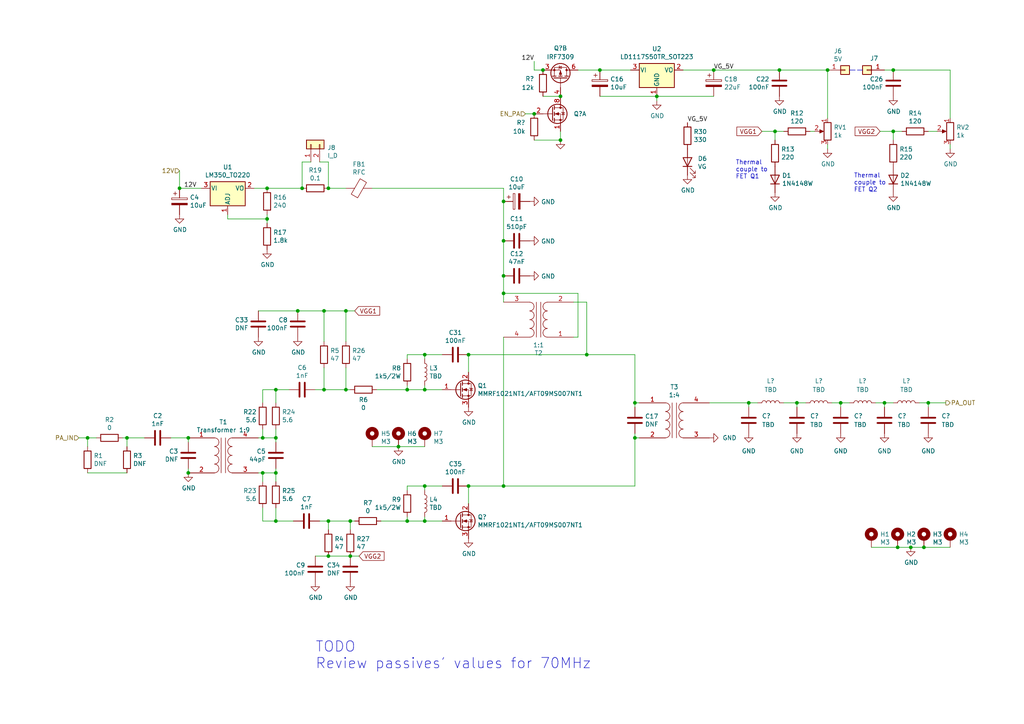
<source format=kicad_sch>
(kicad_sch (version 20211123) (generator eeschema)
  (paper "A4")
  (title_block (title "DART-70 TRX") (date "2023-01-22") (rev "0") (company "HB9EGM") (comment 1 "A 4m Band SSB/CW Transceiver"))
  (lib_symbols
    (symbol "AFT09MS007NT1-Pushpull-rescue:CP-Device" (pin_numbers hide) (pin_names (offset 0.254))
      (property "Reference" "C" (at 0.635 2.54 0))
      (property "Value" "CP-Device" (at 0.635 -2.54 0))
      (symbol "CP-Device_0_1"
        (rectangle (start -2.286 0.508) (end 2.286 1.016))
        (polyline (pts (xy -1.778 2.286) (xy -0.762 2.286)))
        (polyline (pts (xy -1.27 2.794) (xy -1.27 1.778)))
        (rectangle (start 2.286 -0.508) (end -2.286 -1.016) (fill (type outline)))
      )
      (symbol "CP-Device_1_1"
        (pin passive line (at 0 3.81 270) (length 2.794) (name "~") (number "1"))
        (pin passive line (at 0 -3.81 90) (length 2.794) (name "~") (number "2"))
      )
    )
    (symbol "AFT09MS007NT1-Pushpull-rescue:Ferrite_Bead-Device" (pin_numbers hide) (pin_names (offset 0))
      (property "Reference" "FB" (at -3.81 0.635 90))
      (property "Value" "Ferrite_Bead-Device" (at 3.81 0 90))
      (symbol "Ferrite_Bead-Device_0_1"
        (polyline (pts (xy 0 -1.27) (xy 0 -1.2192)))
        (polyline (pts (xy 0 1.27) (xy 0 1.2954)))
        (polyline (pts (xy -2.7686 0.4064) (xy -1.7018 2.2606) (xy 2.7686 -0.3048) (xy 1.6764 -2.159) (xy -2.7686 0.4064)))
      )
      (symbol "Ferrite_Bead-Device_1_1"
        (pin passive line (at 0 3.81 270) (length 2.54) (name "~") (number "1"))
        (pin passive line (at 0 -3.81 90) (length 2.54) (name "~") (number "2"))
      )
    )
    (symbol "AFT09MS007NT1-Pushpull-rescue:R_POT-Device" (pin_names (offset 1.016) hide)
      (property "Reference" "RV" (at -4.445 0 90))
      (property "Value" "R_POT-Device" (at -2.54 0 90))
      (symbol "R_POT-Device_0_1"
        (polyline (pts (xy 2.54 0) (xy 1.524 0)))
        (polyline (pts (xy 1.143 0) (xy 2.286 0.508) (xy 2.286 -0.508) (xy 1.143 0)) (fill (type outline)))
        (rectangle (start 1.016 2.54) (end -1.016 -2.54) (stroke (width 0.254)))
      )
      (symbol "R_POT-Device_1_1"
        (pin passive line (at 0 3.81 270) (length 1.27) (name "1") (number "1"))
        (pin passive line (at 3.81 0 180) (length 1.27) (name "2") (number "2"))
        (pin passive line (at 0 -3.81 90) (length 1.27) (name "3") (number "3"))
      )
    )
    (symbol "Connector_Generic:Conn_01x01" (pin_names (offset 1.016) hide)
      (property "Reference" "J" (at 0 2.54 0))
      (property "Value" "Conn_01x01" (at 0 -2.54 0))
      (symbol "Conn_01x01_1_1"
        (rectangle (start -1.27 0.127) (end 0 -0.127) (stroke (width 0.1524)))
        (rectangle (start -1.27 1.27) (end 1.27 -1.27) (stroke (width 0.254)) (fill (type background)))
        (pin passive line (at -5.08 0 0) (length 3.81) (name "Pin_1") (number "1"))
      )
    )
    (symbol "Connector_Generic:Conn_01x02" (pin_names (offset 1.016) hide)
      (property "Reference" "J" (at 0 2.54 0))
      (property "Value" "Conn_01x02" (at 0 -5.08 0))
      (symbol "Conn_01x02_1_1"
        (rectangle (start -1.27 -2.413) (end 0 -2.667) (stroke (width 0.1524)))
        (rectangle (start -1.27 0.127) (end 0 -0.127) (stroke (width 0.1524)))
        (rectangle (start -1.27 1.27) (end 1.27 -3.81) (stroke (width 0.254)) (fill (type background)))
        (pin passive line (at -5.08 0 0) (length 3.81) (name "Pin_1") (number "1"))
        (pin passive line (at -5.08 -2.54 0) (length 3.81) (name "Pin_2") (number "2"))
      )
    )
    (symbol "Device:C" (pin_numbers hide) (pin_names (offset 0.254))
      (property "Reference" "C" (at 0.635 2.54 0))
      (property "Value" "C" (at 0.635 -2.54 0))
      (symbol "C_0_1"
        (polyline (pts (xy -2.032 -0.762) (xy 2.032 -0.762)) (stroke (width 0.508)))
        (polyline (pts (xy -2.032 0.762) (xy 2.032 0.762)) (stroke (width 0.508)))
      )
      (symbol "C_1_1"
        (pin passive line (at 0 3.81 270) (length 2.794) (name "~") (number "1"))
        (pin passive line (at 0 -3.81 90) (length 2.794) (name "~") (number "2"))
      )
    )
    (symbol "Device:L" (pin_numbers hide) (pin_names (offset 1.016) hide)
      (property "Reference" "L" (at -1.27 0 90))
      (property "Value" "L" (at 1.905 0 90))
      (symbol "L_0_1"
        (arc (start 0 -2.54) (mid 0.635 -1.905) (end 0 -1.27))
        (arc (start 0 -1.27) (mid 0.635 -0.635) (end 0 0))
        (arc (start 0 0) (mid 0.635 0.635) (end 0 1.27))
        (arc (start 0 1.27) (mid 0.635 1.905) (end 0 2.54))
      )
      (symbol "L_1_1"
        (pin passive line (at 0 3.81 270) (length 1.27) (name "1") (number "1"))
        (pin passive line (at 0 -3.81 90) (length 1.27) (name "2") (number "2"))
      )
    )
    (symbol "Device:LED" (pin_numbers hide) (pin_names (offset 1.016) hide)
      (property "Reference" "D" (at 0 2.54 0))
      (property "Value" "LED" (at 0 -2.54 0))
      (symbol "LED_0_1"
        (polyline (pts (xy -1.27 -1.27) (xy -1.27 1.27)) (stroke (width 0.254)))
        (polyline (pts (xy -1.27 0) (xy 1.27 0)))
        (polyline (pts (xy 1.27 -1.27) (xy 1.27 1.27) (xy -1.27 0) (xy 1.27 -1.27)) (stroke (width 0.254)))
        (polyline (pts (xy -3.048 -0.762) (xy -4.572 -2.286) (xy -3.81 -2.286) (xy -4.572 -2.286) (xy -4.572 -1.524)))
        (polyline (pts (xy -1.778 -0.762) (xy -3.302 -2.286) (xy -2.54 -2.286) (xy -3.302 -2.286) (xy -3.302 -1.524)))
      )
      (symbol "LED_1_1"
        (pin passive line (at -3.81 0 0) (length 2.54) (name "K") (number "1"))
        (pin passive line (at 3.81 0 180) (length 2.54) (name "A") (number "2"))
      )
    )
    (symbol "Device:Q_NMOS_GDS" (pin_names (offset 0) hide)
      (property "Reference" "Q" (at 5.08 1.27 0))
      (property "Value" "Q_NMOS_GDS" (at 5.08 -1.27 0))
      (symbol "Q_NMOS_GDS_0_1"
        (polyline (pts (xy 0.254 0) (xy -2.54 0)))
        (polyline (pts (xy 0.254 1.905) (xy 0.254 -1.905)) (stroke (width 0.254)))
        (polyline (pts (xy 0.762 -1.27) (xy 0.762 -2.286)) (stroke (width 0.254)))
        (polyline (pts (xy 0.762 0.508) (xy 0.762 -0.508)) (stroke (width 0.254)))
        (polyline (pts (xy 0.762 2.286) (xy 0.762 1.27)) (stroke (width 0.254)))
        (polyline (pts (xy 2.54 2.54) (xy 2.54 1.778)))
        (polyline (pts (xy 2.54 -2.54) (xy 2.54 0) (xy 0.762 0)))
        (polyline (pts (xy 0.762 -1.778) (xy 3.302 -1.778) (xy 3.302 1.778) (xy 0.762 1.778)))
        (polyline (pts (xy 1.016 0) (xy 2.032 0.381) (xy 2.032 -0.381) (xy 1.016 0)) (fill (type outline)))
        (polyline (pts (xy 2.794 0.508) (xy 2.921 0.381) (xy 3.683 0.381) (xy 3.81 0.254)))
        (polyline (pts (xy 3.302 0.381) (xy 2.921 -0.254) (xy 3.683 -0.254) (xy 3.302 0.381)))
        (circle (center 1.651 0) (radius 2.794) (stroke (width 0.254)))
        (circle (center 2.54 -1.778) (radius 0.254) (fill (type outline)))
        (circle (center 2.54 1.778) (radius 0.254) (fill (type outline)))
      )
      (symbol "Q_NMOS_GDS_1_1"
        (pin input line (at -5.08 0 0) (length 2.54) (name "G") (number "1"))
        (pin passive line (at 2.54 5.08 270) (length 2.54) (name "D") (number "2"))
        (pin passive line (at 2.54 -5.08 90) (length 2.54) (name "S") (number "3"))
      )
    )
    (symbol "Device:R" (pin_numbers hide) (pin_names (offset 0))
      (property "Reference" "R" (at 2.032 0 90))
      (property "Value" "R" (at 0 0 90))
      (symbol "R_0_1"
        (rectangle (start -1.016 -2.54) (end 1.016 2.54) (stroke (width 0.254)))
      )
      (symbol "R_1_1"
        (pin passive line (at 0 3.81 270) (length 1.27) (name "~") (number "1"))
        (pin passive line (at 0 -3.81 90) (length 1.27) (name "~") (number "2"))
      )
    )
    (symbol "Device:Transformer_1P_1S" (pin_names (offset 1.016) hide)
      (property "Reference" "T" (at 0 6.35 0))
      (property "Value" "Transformer_1P_1S" (at 0 -7.62 0))
      (symbol "Transformer_1P_1S_0_1"
        (arc (start -2.54 -5.0546) (mid -1.6599 -4.6901) (end -1.27 -3.81))
        (arc (start -2.54 -2.5146) (mid -1.6599 -2.1501) (end -1.27 -1.27))
        (arc (start -2.54 0.0254) (mid -1.6599 0.3899) (end -1.27 1.27))
        (arc (start -2.54 2.5654) (mid -1.6599 2.9299) (end -1.27 3.81))
        (arc (start -1.27 -3.81) (mid -1.642 -2.912) (end -2.54 -2.54))
        (arc (start -1.27 -1.27) (mid -1.642 -0.372) (end -2.54 0))
        (arc (start -1.27 1.27) (mid -1.642 2.168) (end -2.54 2.54))
        (arc (start -1.27 3.81) (mid -1.642 4.708) (end -2.54 5.08))
        (polyline (pts (xy -0.635 5.08) (xy -0.635 -5.08)))
        (polyline (pts (xy 0.635 -5.08) (xy 0.635 5.08)))
        (arc (start 1.2954 -1.27) (mid 1.6599 -2.1501) (end 2.54 -2.5146))
        (arc (start 1.2954 1.27) (mid 1.6599 0.3899) (end 2.54 0.0254))
        (arc (start 1.2954 3.81) (mid 1.6599 2.9299) (end 2.54 2.5654))
        (arc (start 1.3208 -3.81) (mid 1.6853 -4.6901) (end 2.5654 -5.0546))
        (arc (start 2.54 0) (mid 1.642 -0.372) (end 1.2954 -1.27))
        (arc (start 2.54 2.54) (mid 1.642 2.168) (end 1.2954 1.27))
        (arc (start 2.54 5.08) (mid 1.642 4.708) (end 1.2954 3.81))
        (arc (start 2.5654 -2.54) (mid 1.6674 -2.912) (end 1.3208 -3.81))
      )
      (symbol "Transformer_1P_1S_1_1"
        (pin passive line (at -10.16 5.08 0) (length 7.62) (name "AA") (number "1"))
        (pin passive line (at -10.16 -5.08 0) (length 7.62) (name "AB") (number "2"))
        (pin passive line (at 10.16 -5.08 180) (length 7.62) (name "SA") (number "3"))
        (pin passive line (at 10.16 5.08 180) (length 7.62) (name "SB") (number "4"))
      )
    )
    (symbol "Diode:1N4148W" (pin_numbers hide) (pin_names hide)
      (property "Reference" "D" (at 0 2.54 0))
      (property "Value" "1N4148W" (at 0 -2.54 0))
      (symbol "1N4148W_0_1"
        (polyline (pts (xy -1.27 1.27) (xy -1.27 -1.27)) (stroke (width 0.254)))
        (polyline (pts (xy 1.27 0) (xy -1.27 0)))
        (polyline (pts (xy 1.27 1.27) (xy 1.27 -1.27) (xy -1.27 0) (xy 1.27 1.27)) (stroke (width 0.254)))
      )
      (symbol "1N4148W_1_1"
        (pin passive line (at -3.81 0 0) (length 2.54) (name "K") (number "1"))
        (pin passive line (at 3.81 0 180) (length 2.54) (name "A") (number "2"))
      )
    )
    (symbol "Mechanical:MountingHole_Pad" (pin_numbers hide) (pin_names (offset 1.016) hide)
      (property "Reference" "H" (at 0 6.35 0))
      (property "Value" "MountingHole_Pad" (at 0 4.445 0))
      (symbol "MountingHole_Pad_0_1"
        (circle (center 0 1.27) (radius 1.27) (stroke (width 1.27)))
      )
      (symbol "MountingHole_Pad_1_1"
        (pin input line (at 0 -2.54 90) (length 2.54) (name "1") (number "1"))
      )
    )
    (symbol "Regulator_Linear:LD1117S50TR_SOT223" (pin_names (offset 0.254))
      (property "Reference" "U" (at -3.81 3.175 0))
      (property "Value" "LD1117S50TR_SOT223" (at 0 3.175 0))
      (symbol "LD1117S50TR_SOT223_0_1"
        (rectangle (start -5.08 -5.08) (end 5.08 1.905) (stroke (width 0.254)) (fill (type background)))
      )
      (symbol "LD1117S50TR_SOT223_1_1"
        (pin power_in line (at 0 -7.62 90) (length 2.54) (name "GND") (number "1"))
        (pin power_out line (at 7.62 0 180) (length 2.54) (name "VO") (number "2"))
        (pin power_in line (at -7.62 0 0) (length 2.54) (name "VI") (number "3"))
      )
    )
    (symbol "Regulator_Linear:LM350_TO220" (pin_names (offset 0.254))
      (property "Reference" "U" (at -3.81 3.175 0))
      (property "Value" "LM350_TO220" (at 0 3.175 0))
      (symbol "LM350_TO220_0_1"
        (rectangle (start -5.08 1.905) (end 5.08 -5.08) (stroke (width 0.254)) (fill (type background)))
      )
      (symbol "LM350_TO220_1_1"
        (pin input line (at 0 -7.62 90) (length 2.54) (name "ADJ") (number "1"))
        (pin power_out line (at 7.62 0 180) (length 2.54) (name "VO") (number "2"))
        (pin power_in line (at -7.62 0 0) (length 2.54) (name "VI") (number "3"))
      )
    )
    (symbol "Transistor_FET:IRF7309IPBF" (pin_names hide)
      (property "Reference" "Q" (at 5.08 1.905 0))
      (property "Value" "IRF7309IPBF" (at 5.08 0 0))
      (symbol "IRF7309IPBF_0_1"
        (polyline (pts (xy 0.254 0) (xy -2.54 0)))
        (polyline (pts (xy 0.254 1.905) (xy 0.254 -1.905)) (stroke (width 0.254)))
        (polyline (pts (xy 0.762 -1.27) (xy 0.762 -2.286)) (stroke (width 0.254)))
        (polyline (pts (xy 0.762 0.508) (xy 0.762 -0.508)) (stroke (width 0.254)))
        (polyline (pts (xy 0.762 2.286) (xy 0.762 1.27)) (stroke (width 0.254)))
        (polyline (pts (xy 2.54 2.54) (xy 2.54 1.778)))
        (polyline (pts (xy 2.54 -2.54) (xy 2.54 0) (xy 0.762 0)))
        (polyline (pts (xy 0.762 -1.778) (xy 3.302 -1.778) (xy 3.302 1.778) (xy 0.762 1.778)))
        (circle (center 1.651 0) (radius 2.794) (stroke (width 0.254)))
        (circle (center 2.54 -1.778) (radius 0.254) (fill (type outline)))
        (circle (center 2.54 1.778) (radius 0.254) (fill (type outline)))
      )
      (symbol "IRF7309IPBF_1_1"
        (polyline (pts (xy 1.016 0) (xy 2.032 0.381) (xy 2.032 -0.381) (xy 1.016 0)) (fill (type outline)))
        (polyline (pts (xy 2.794 0.508) (xy 2.921 0.381) (xy 3.683 0.381) (xy 3.81 0.254)))
        (polyline (pts (xy 3.302 0.381) (xy 2.921 -0.254) (xy 3.683 -0.254) (xy 3.302 0.381)))
        (pin passive line (at 2.54 -5.08 90) (length 2.54) (name "S") (number "1"))
        (pin input line (at -5.08 0 0) (length 2.54) (name "G") (number "2"))
        (pin passive line (at 2.54 5.08 270) (length 2.54) hide (name "D") (number "7"))
        (pin passive line (at 2.54 5.08 270) (length 2.54) (name "D") (number "8"))
      )
      (symbol "IRF7309IPBF_2_1"
        (polyline (pts (xy 2.286 0) (xy 1.27 0.381) (xy 1.27 -0.381) (xy 2.286 0)) (fill (type outline)))
        (polyline (pts (xy 2.794 -0.508) (xy 2.921 -0.381) (xy 3.683 -0.381) (xy 3.81 -0.254)))
        (polyline (pts (xy 3.302 -0.381) (xy 2.921 0.254) (xy 3.683 0.254) (xy 3.302 -0.381)))
        (pin passive line (at 2.54 -5.08 90) (length 2.54) (name "1") (number "3"))
        (pin input line (at -5.08 0 0) (length 2.54) (name "G") (number "4"))
        (pin passive line (at 2.54 5.08 270) (length 2.54) hide (name "D") (number "5"))
        (pin passive line (at 2.54 5.08 270) (length 2.54) (name "D") (number "6"))
      )
    )
    (symbol "power:GND" (power) (pin_names (offset 0))
      (property "Value" "GND" (at 0 -3.81 0))
      (symbol "GND_0_1"
        (polyline (pts (xy 0 0) (xy 0 -1.27) (xy 1.27 -1.27) (xy 0 -2.54) (xy -1.27 -1.27) (xy 0 -1.27)))
      )
      (symbol "GND_1_1"
        (pin power_in line (at 0 0 270) (length 0) hide (name "GND") (number "1"))
      )
    )
    (symbol "power:GNDA" (power) (pin_names (offset 0))
      (property "Value" "GNDA" (at 0 -3.81 0))
      (symbol "GNDA_0_1"
        (polyline (pts (xy 0 0) (xy 0 -1.27) (xy 1.27 -1.27) (xy 0 -2.54) (xy -1.27 -1.27) (xy 0 -1.27)))
      )
      (symbol "GNDA_1_1"
        (pin power_in line (at 0 0 270) (length 0) hide (name "GNDA") (number "1"))
      )
    )
  )
  (junction (at 259.08 20.32))
  (junction (at 100.33 113.03))
  (junction (at 118.11 113.03))
  (junction (at 146.05 140.97))
  (junction (at 87.63 54.61))
  (junction (at 260.35 158.75))
  (junction (at 184.15 116.84))
  (junction (at 154.94 33.02))
  (junction (at 93.98 90.17))
  (junction (at 146.05 58.42))
  (junction (at 162.56 40.64))
  (junction (at 86.36 90.17))
  (junction (at 190.5 27.94))
  (junction (at 264.16 158.75))
  (junction (at 115.57 129.54))
  (junction (at 36.83 127))
  (junction (at 217.17 116.84))
  (junction (at 100.33 90.17))
  (junction (at 146.05 80.01))
  (junction (at 259.08 38.1))
  (junction (at 240.03 20.32))
  (junction (at 170.18 102.87))
  (junction (at 135.89 140.97))
  (junction (at 184.15 127))
  (junction (at 80.01 113.03))
  (junction (at 54.61 137.16))
  (junction (at 123.19 102.87))
  (junction (at 123.19 151.13))
  (junction (at 118.11 151.13))
  (junction (at 224.79 38.1))
  (junction (at 80.01 137.16))
  (junction (at 95.25 54.61))
  (junction (at 95.25 151.13))
  (junction (at 267.97 158.75))
  (junction (at 269.24 116.84))
  (junction (at 52.07 54.61))
  (junction (at 76.2 137.16))
  (junction (at 135.89 102.87))
  (junction (at 243.84 116.84))
  (junction (at 146.05 69.85))
  (junction (at 80.01 151.13))
  (junction (at 231.14 116.84))
  (junction (at 93.98 113.03))
  (junction (at 77.47 63.5))
  (junction (at 123.19 113.03))
  (junction (at 95.25 161.29))
  (junction (at 157.48 20.32))
  (junction (at 54.61 127))
  (junction (at 207.01 20.32))
  (junction (at 146.05 85.09))
  (junction (at 101.6 161.29))
  (junction (at 173.99 20.32))
  (junction (at 25.4 127))
  (junction (at 77.47 54.61))
  (junction (at 226.06 20.32))
  (junction (at 80.01 127))
  (junction (at 162.56 27.94))
  (junction (at 256.54 116.84))
  (junction (at 101.6 151.13))
  (junction (at 123.19 140.97))
  (junction (at 76.2 127))
  (wire (pts (xy 100.33 99.06) (xy 100.33 90.17)))
  (wire (pts (xy 93.98 113.03) (xy 93.98 106.68)))
  (wire (pts (xy 166.37 87.63) (xy 170.18 87.63)))
  (wire (pts (xy 80.01 124.46) (xy 80.01 127)))
  (wire (pts (xy 217.17 118.11) (xy 217.17 116.84)))
  (wire (pts (xy 76.2 139.7) (xy 76.2 137.16)))
  (wire (pts (xy 101.6 151.13) (xy 95.25 151.13)))
  (wire (pts (xy 76.2 137.16) (xy 74.93 137.16)))
  (wire (pts (xy 80.01 139.7) (xy 80.01 137.16)))
  (wire (pts (xy 146.05 97.79) (xy 146.05 140.97)))
  (wire (pts (xy 123.19 140.97) (xy 118.11 140.97)))
  (wire (pts (xy 83.82 113.03) (xy 80.01 113.03)))
  (wire (pts (xy 259.08 38.1) (xy 261.62 38.1)))
  (wire (pts (xy 198.12 20.32) (xy 207.01 20.32)))
  (wire (pts (xy 135.89 140.97) (xy 146.05 140.97)))
  (wire (pts (xy 100.33 113.03) (xy 101.6 113.03)))
  (wire (pts (xy 146.05 54.61) (xy 146.05 58.42)))
  (wire (pts (xy 152.4 33.02) (xy 154.94 33.02)))
  (wire (pts (xy 275.59 34.29) (xy 275.59 20.32)))
  (wire (pts (xy 184.15 125.73) (xy 184.15 127)))
  (wire (pts (xy 123.19 113.03) (xy 128.27 113.03)))
  (wire (pts (xy 95.25 161.29) (xy 101.6 161.29)))
  (wire (pts (xy 101.6 161.29) (xy 104.14 161.29)))
  (wire (pts (xy 260.35 158.75) (xy 264.16 158.75)))
  (wire (pts (xy 93.98 99.06) (xy 93.98 90.17)))
  (wire (pts (xy 184.15 116.84) (xy 184.15 118.11)))
  (wire (pts (xy 157.48 27.94) (xy 162.56 27.94)))
  (wire (pts (xy 92.71 46.99) (xy 95.25 46.99)))
  (wire (pts (xy 123.19 111.76) (xy 123.19 113.03)))
  (wire (pts (xy 173.99 20.32) (xy 167.64 20.32)))
  (wire (pts (xy 269.24 116.84) (xy 274.32 116.84)))
  (wire (pts (xy 118.11 111.76) (xy 118.11 113.03)))
  (wire (pts (xy 123.19 104.14) (xy 123.19 102.87)))
  (wire (pts (xy 102.87 90.17) (xy 100.33 90.17)))
  (wire (pts (xy 128.27 140.97) (xy 123.19 140.97)))
  (wire (pts (xy 227.33 116.84) (xy 231.14 116.84)))
  (wire (pts (xy 256.54 116.84) (xy 256.54 118.11)))
  (wire (pts (xy 162.56 38.1) (xy 162.56 40.64)))
  (wire (pts (xy 76.2 113.03) (xy 80.01 113.03)))
  (wire (pts (xy 52.07 54.61) (xy 58.42 54.61)))
  (wire (pts (xy 80.01 127) (xy 76.2 127)))
  (wire (pts (xy 22.86 127) (xy 25.4 127)))
  (wire (pts (xy 205.74 116.84) (xy 217.17 116.84)))
  (wire (pts (xy 166.37 97.79) (xy 167.64 97.79)))
  (wire (pts (xy 36.83 129.54) (xy 36.83 127)))
  (wire (pts (xy 25.4 127) (xy 27.94 127)))
  (wire (pts (xy 93.98 90.17) (xy 86.36 90.17)))
  (wire (pts (xy 267.97 158.75) (xy 275.59 158.75)))
  (wire (pts (xy 66.04 63.5) (xy 77.47 63.5)))
  (wire (pts (xy 80.01 135.89) (xy 80.01 137.16)))
  (wire (pts (xy 173.99 27.94) (xy 190.5 27.94)))
  (wire (pts (xy 162.56 40.64) (xy 154.94 40.64)))
  (wire (pts (xy 66.04 63.5) (xy 66.04 62.23)))
  (wire (pts (xy 256.54 116.84) (xy 259.08 116.84)))
  (wire (pts (xy 246.38 116.84) (xy 243.84 116.84)))
  (wire (pts (xy 73.66 54.61) (xy 77.47 54.61)))
  (wire (pts (xy 107.95 54.61) (xy 146.05 54.61)))
  (wire (pts (xy 256.54 20.32) (xy 259.08 20.32)))
  (wire (pts (xy 36.83 137.16) (xy 25.4 137.16)))
  (wire (pts (xy 269.24 116.84) (xy 266.7 116.84)))
  (wire (pts (xy 259.08 40.64) (xy 259.08 38.1)))
  (wire (pts (xy 123.19 151.13) (xy 128.27 151.13)))
  (wire (pts (xy 100.33 90.17) (xy 93.98 90.17)))
  (wire (pts (xy 49.53 127) (xy 54.61 127)))
  (wire (pts (xy 80.01 113.03) (xy 80.01 116.84)))
  (wire (pts (xy 243.84 116.84) (xy 243.84 118.11)))
  (polyline (pts (xy 246.38 20.32) (xy 250.19 20.32)))
  (wire (pts (xy 95.25 54.61) (xy 95.25 46.99)))
  (wire (pts (xy 123.19 142.24) (xy 123.19 140.97)))
  (wire (pts (xy 135.89 107.95) (xy 135.89 102.87)))
  (wire (pts (xy 243.84 116.84) (xy 241.3 116.84)))
  (wire (pts (xy 264.16 158.75) (xy 267.97 158.75)))
  (wire (pts (xy 80.01 137.16) (xy 76.2 137.16)))
  (wire (pts (xy 240.03 34.29) (xy 240.03 20.32)))
  (wire (pts (xy 224.79 40.64) (xy 224.79 38.1)))
  (wire (pts (xy 101.6 153.67) (xy 101.6 151.13)))
  (wire (pts (xy 123.19 102.87) (xy 118.11 102.87)))
  (wire (pts (xy 54.61 135.89) (xy 54.61 137.16)))
  (wire (pts (xy 35.56 127) (xy 36.83 127)))
  (wire (pts (xy 76.2 116.84) (xy 76.2 113.03)))
  (wire (pts (xy 76.2 127) (xy 74.93 127)))
  (wire (pts (xy 95.25 54.61) (xy 100.33 54.61)))
  (wire (pts (xy 207.01 20.32) (xy 226.06 20.32)))
  (wire (pts (xy 91.44 161.29) (xy 95.25 161.29)))
  (wire (pts (xy 115.57 129.54) (xy 123.19 129.54)))
  (wire (pts (xy 109.22 113.03) (xy 118.11 113.03)))
  (wire (pts (xy 275.59 43.18) (xy 275.59 41.91)))
  (wire (pts (xy 76.2 124.46) (xy 76.2 127)))
  (wire (pts (xy 190.5 27.94) (xy 207.01 27.94)))
  (wire (pts (xy 118.11 151.13) (xy 123.19 151.13)))
  (wire (pts (xy 118.11 149.86) (xy 118.11 151.13)))
  (wire (pts (xy 135.89 102.87) (xy 170.18 102.87)))
  (wire (pts (xy 118.11 113.03) (xy 123.19 113.03)))
  (wire (pts (xy 252.73 158.75) (xy 260.35 158.75)))
  (wire (pts (xy 269.24 38.1) (xy 271.78 38.1)))
  (wire (pts (xy 224.79 38.1) (xy 220.98 38.1)))
  (wire (pts (xy 128.27 102.87) (xy 123.19 102.87)))
  (wire (pts (xy 80.01 128.27) (xy 80.01 127)))
  (wire (pts (xy 77.47 64.77) (xy 77.47 63.5)))
  (wire (pts (xy 77.47 63.5) (xy 77.47 62.23)))
  (wire (pts (xy 76.2 151.13) (xy 76.2 147.32)))
  (wire (pts (xy 240.03 43.18) (xy 240.03 41.91)))
  (wire (pts (xy 184.15 127) (xy 185.42 127)))
  (wire (pts (xy 231.14 116.84) (xy 233.68 116.84)))
  (wire (pts (xy 227.33 38.1) (xy 224.79 38.1)))
  (wire (pts (xy 146.05 80.01) (xy 146.05 85.09)))
  (wire (pts (xy 190.5 29.21) (xy 190.5 27.94)))
  (wire (pts (xy 25.4 129.54) (xy 25.4 127)))
  (wire (pts (xy 36.83 127) (xy 41.91 127)))
  (wire (pts (xy 255.27 38.1) (xy 259.08 38.1)))
  (wire (pts (xy 135.89 140.97) (xy 135.89 146.05)))
  (wire (pts (xy 93.98 113.03) (xy 100.33 113.03)))
  (wire (pts (xy 167.64 97.79) (xy 167.64 85.09)))
  (wire (pts (xy 95.25 153.67) (xy 95.25 151.13)))
  (wire (pts (xy 77.47 54.61) (xy 87.63 54.61)))
  (wire (pts (xy 154.94 17.78) (xy 154.94 20.32)))
  (wire (pts (xy 184.15 116.84) (xy 184.15 102.87)))
  (wire (pts (xy 167.64 85.09) (xy 146.05 85.09)))
  (wire (pts (xy 269.24 116.84) (xy 269.24 118.11)))
  (wire (pts (xy 231.14 118.11) (xy 231.14 116.84)))
  (wire (pts (xy 95.25 151.13) (xy 92.71 151.13)))
  (wire (pts (xy 102.87 151.13) (xy 101.6 151.13)))
  (wire (pts (xy 154.94 20.32) (xy 157.48 20.32)))
  (wire (pts (xy 184.15 140.97) (xy 184.15 127)))
  (wire (pts (xy 170.18 87.63) (xy 170.18 102.87)))
  (wire (pts (xy 146.05 140.97) (xy 184.15 140.97)))
  (wire (pts (xy 184.15 102.87) (xy 170.18 102.87)))
  (wire (pts (xy 275.59 20.32) (xy 259.08 20.32)))
  (wire (pts (xy 146.05 85.09) (xy 146.05 87.63)))
  (wire (pts (xy 107.95 129.54) (xy 115.57 129.54)))
  (wire (pts (xy 80.01 151.13) (xy 80.01 147.32)))
  (wire (pts (xy 240.03 20.32) (xy 226.06 20.32)))
  (wire (pts (xy 54.61 128.27) (xy 54.61 127)))
  (wire (pts (xy 234.95 38.1) (xy 236.22 38.1)))
  (wire (pts (xy 118.11 102.87) (xy 118.11 104.14)))
  (wire (pts (xy 146.05 58.42) (xy 146.05 69.85)))
  (wire (pts (xy 118.11 140.97) (xy 118.11 142.24)))
  (wire (pts (xy 254 116.84) (xy 256.54 116.84)))
  (wire (pts (xy 110.49 151.13) (xy 118.11 151.13)))
  (wire (pts (xy 173.99 20.32) (xy 182.88 20.32)))
  (wire (pts (xy 52.07 49.53) (xy 52.07 54.61)))
  (wire (pts (xy 217.17 116.84) (xy 219.71 116.84)))
  (wire (pts (xy 185.42 116.84) (xy 184.15 116.84)))
  (wire (pts (xy 100.33 106.68) (xy 100.33 113.03)))
  (wire (pts (xy 146.05 69.85) (xy 146.05 80.01)))
  (wire (pts (xy 90.17 46.99) (xy 87.63 46.99)))
  (wire (pts (xy 85.09 151.13) (xy 80.01 151.13)))
  (wire (pts (xy 80.01 151.13) (xy 76.2 151.13)))
  (wire (pts (xy 123.19 149.86) (xy 123.19 151.13)))
  (wire (pts (xy 87.63 46.99) (xy 87.63 54.61)))
  (wire (pts (xy 91.44 113.03) (xy 93.98 113.03)))
  (wire (pts (xy 74.93 90.17) (xy 86.36 90.17)))
  (text "Thermal\ncouple to\nFET Q2" (at 247.65 55.88 0) (effects (font (size 1.27 1.27)) (justify left bottom)))
  (text "Thermal\ncouple to\nFET Q1" (at 213.36 52.07 0) (effects (font (size 1.27 1.27)) (justify left bottom)))
  (text "TODO\nReview passives' values for 70MHz" (at 91.44 194.31 0) (effects (font (size 3 3)) (justify left bottom)))
  (label "12V" (at 53.34 54.61 0))
  (label "VG_5V" (at 207.01 20.32 0))
  (label "12V" (at 154.94 17.78 180))
  (label "VG_5V" (at 199.39 35.56 0))
  (global_label "VGG2" (shape input) (at 104.14 161.29 0) (property "Intersheet References" "${INTERSHEET_REFS}" (effects hide)))
  (global_label "VGG1" (shape input) (at 102.87 90.17 0) (property "Intersheet References" "${INTERSHEET_REFS}" (effects hide)))
  (global_label "VGG2" (shape input) (at 255.27 38.1 180) (property "Intersheet References" "${INTERSHEET_REFS}" (effects hide)))
  (global_label "VGG1" (shape input) (at 220.98 38.1 180) (property "Intersheet References" "${INTERSHEET_REFS}" (effects hide)))
  (hierarchical_label "EN_PA" (shape input) (at 152.4 33.02 180))
  (hierarchical_label "PA_OUT" (shape output) (at 274.32 116.84 0))
  (hierarchical_label "12V" (shape input) (at 52.07 49.53 180))
  (hierarchical_label "PA_IN" (shape input) (at 22.86 127 180))
  (symbol (lib_id "Device:R") (at 224.79 44.45 0) (unit 1)
    (property "Reference" "R13" (at 226.568 43.2816 0) (effects (justify left)))
    (property "Value" "220" (at 226.568 45.593 0) (effects (justify left)))
    (property "Footprint" "Resistor_SMD:R_0805_2012Metric" (effects hide))
  )
  (symbol (lib_id "Device:Transformer_1P_1S") (at 195.58 121.92 0) (unit 1)
    (property "Reference" "T3" (at 195.58 112.2426 0))
    (property "Value" "1:4" (at 195.58 114.554 0))
    (property "Footprint" "mmrf1021-pa:four_4mm_pads" (effects hide))
  )
  (symbol (lib_id "Device:C") (at 184.15 121.92 180) (unit 1)
    (property "Reference" "C17" (at 187.071 120.7516 0) (effects (justify right)))
    (property "Value" "DNF" (at 187.071 123.063 0) (effects (justify right)))
    (property "Footprint" "mmrf1021-pa:two_2mm_pads" (effects hide))
  )
  (symbol (lib_id "Device:C") (at 45.72 127 270) (unit 1)
    (property "Reference" "C2" (at 45.72 120.5992 90))
    (property "Value" "1nF" (at 45.72 122.9106 90))
    (property "Footprint" "Capacitor_SMD:C_0805_2012Metric" (effects hide))
    (property "MPN" "VJ0805A102GXXPW1BC" (effects hide))
  )
  (symbol (lib_id "AFT09MS007NT1-Pushpull-rescue:R_POT-Device") (at 240.03 38.1 0) (mirror y) (unit 1)
    (property "Reference" "RV1" (at 241.808 36.9316 0) (effects (justify right)))
    (property "Value" "1k" (at 241.808 39.243 0) (effects (justify right)))
    (property "Footprint" "Potentiometer_SMD:Potentiometer_Bourns_3214W_Vertical" (effects hide))
    (property "MPN" "Bourns 3214W-1-102E" (effects hide))
  )
  (symbol (lib_id "Device:C") (at 226.06 24.13 180) (unit 1)
    (property "Reference" "C22" (at 223.1644 22.9616 0) (effects (justify left)))
    (property "Value" "100nF" (at 223.1644 25.273 0) (effects (justify left)))
    (property "Footprint" "Capacitor_SMD:C_0805_2012Metric" (effects hide))
    (property "MPN" "GRM188R71H104KA93D" (effects hide))
  )
  (symbol (lib_id "power:GND") (at 226.06 27.94 0) (unit 1)
    (property "Reference" "#PWR023" (effects hide))
    (property "Value" "GND" (at 226.187 32.3342 0))
  )
  (symbol (lib_id "Mechanical:MountingHole_Pad") (at 252.73 156.21 0) (unit 1)
    (property "Reference" "H1" (at 255.27 154.9654 0) (effects (justify left)))
    (property "Value" "M3" (at 255.27 157.2768 0) (effects (justify left)))
    (property "Footprint" "MountingHole:MountingHole_3.2mm_M3_DIN965_Pad" (effects hide))
  )
  (symbol (lib_id "Mechanical:MountingHole_Pad") (at 260.35 156.21 0) (unit 1)
    (property "Reference" "H2" (at 262.89 154.9654 0) (effects (justify left)))
    (property "Value" "M3" (at 262.89 157.2768 0) (effects (justify left)))
    (property "Footprint" "MountingHole:MountingHole_3.2mm_M3_DIN965_Pad" (effects hide))
  )
  (symbol (lib_id "Mechanical:MountingHole_Pad") (at 267.97 156.21 0) (unit 1)
    (property "Reference" "H3" (at 270.51 154.9654 0) (effects (justify left)))
    (property "Value" "M3" (at 270.51 157.2768 0) (effects (justify left)))
    (property "Footprint" "MountingHole:MountingHole_3.2mm_M3_DIN965_Pad" (effects hide))
  )
  (symbol (lib_id "Mechanical:MountingHole_Pad") (at 275.59 156.21 0) (unit 1)
    (property "Reference" "H4" (at 278.13 154.9654 0) (effects (justify left)))
    (property "Value" "M3" (at 278.13 157.2768 0) (effects (justify left)))
    (property "Footprint" "MountingHole:MountingHole_3.2mm_M3_DIN965_Pad" (effects hide))
  )
  (symbol (lib_id "power:GND") (at 264.16 158.75 0) (unit 1)
    (property "Reference" "#PWR08" (effects hide))
    (property "Value" "GND" (at 264.287 163.1442 0))
  )
  (symbol (lib_id "Diode:1N4148W") (at 224.79 52.07 90) (unit 1)
    (property "Reference" "D1" (at 226.822 50.9016 90) (effects (justify right)))
    (property "Value" "1N4148W" (at 226.822 53.213 90) (effects (justify right)))
    (property "Footprint" "Diode_SMD:D_SOD-123F" (effects hide))
  )
  (symbol (lib_id "power:GND") (at 224.79 55.88 0) (unit 1)
    (property "Reference" "#PWR024" (effects hide))
    (property "Value" "GND" (at 224.917 60.2742 0))
  )
  (symbol (lib_id "Mechanical:MountingHole_Pad") (at 123.19 127 0) (unit 1)
    (property "Reference" "H7" (at 125.73 125.7554 0) (effects (justify left)))
    (property "Value" "M3" (at 125.73 128.0668 0) (effects (justify left)))
    (property "Footprint" "MountingHole:MountingHole_3.2mm_M3_DIN965_Pad" (effects hide))
  )
  (symbol (lib_id "Device:R") (at 100.33 102.87 0) (unit 1)
    (property "Reference" "R26" (at 102.108 101.7016 0) (effects (justify left)))
    (property "Value" "47" (at 102.108 104.013 0) (effects (justify left)))
    (property "Footprint" "Resistor_SMD:R_0805_2012Metric" (effects hide))
  )
  (symbol (lib_id "Device:R") (at 101.6 157.48 0) (unit 1)
    (property "Reference" "R27" (at 103.378 156.3116 0) (effects (justify left)))
    (property "Value" "47" (at 103.378 158.623 0) (effects (justify left)))
    (property "Footprint" "Resistor_SMD:R_0805_2012Metric" (effects hide))
  )
  (symbol (lib_id "Device:R") (at 80.01 143.51 0) (unit 1)
    (property "Reference" "R25" (at 81.788 142.3416 0) (effects (justify left)))
    (property "Value" "5.6" (at 81.788 144.653 0) (effects (justify left)))
    (property "Footprint" "Resistor_SMD:R_0805_2012Metric" (effects hide))
  )
  (symbol (lib_id "Device:R") (at 76.2 143.51 0) (unit 1)
    (property "Reference" "R23" (at 74.4474 142.3416 0) (effects (justify right)))
    (property "Value" "5.6" (at 74.4474 144.653 0) (effects (justify right)))
    (property "Footprint" "Resistor_SMD:R_0805_2012Metric" (effects hide))
  )
  (symbol (lib_id "Device:Transformer_1P_1S") (at 64.77 132.08 0) (unit 1)
    (property "Reference" "T1" (at 64.77 122.4026 0))
    (property "Value" "Transformer 1:9" (at 64.77 124.714 0))
    (property "Footprint" "mmrf1021-pa:four_4mm_pads_narrow" (effects hide))
  )
  (symbol (lib_id "power:GND") (at 54.61 137.16 0) (unit 1)
    (property "Reference" "#PWR03" (effects hide))
    (property "Value" "GND" (at 54.737 141.5542 0))
  )
  (symbol (lib_id "Device:C") (at 54.61 132.08 180) (unit 1)
    (property "Reference" "C3" (at 51.7144 130.9116 0) (effects (justify left)))
    (property "Value" "DNF" (at 51.7144 133.223 0) (effects (justify left)))
    (property "Footprint" "Capacitor_SMD:C_0805_2012Metric" (effects hide))
  )
  (symbol (lib_id "Device:R") (at 80.01 120.65 0) (unit 1)
    (property "Reference" "R24" (at 81.788 119.4816 0) (effects (justify left)))
    (property "Value" "5.6" (at 81.788 121.793 0) (effects (justify left)))
    (property "Footprint" "Resistor_SMD:R_0805_2012Metric" (effects hide))
  )
  (symbol (lib_id "Device:R") (at 76.2 120.65 0) (unit 1)
    (property "Reference" "R22" (at 74.4474 119.4816 0) (effects (justify right)))
    (property "Value" "5.6" (at 74.4474 121.793 0) (effects (justify right)))
    (property "Footprint" "Resistor_SMD:R_0805_2012Metric" (effects hide))
  )
  (symbol (lib_id "Device:C") (at 80.01 132.08 180) (unit 1)
    (property "Reference" "C5" (at 77.1144 130.9116 0) (effects (justify left)))
    (property "Value" "44pF" (at 77.1144 133.223 0) (effects (justify left)))
    (property "Footprint" "Capacitor_SMD:C_0805_2012Metric" (effects hide))
  )
  (symbol (lib_id "Device:C") (at 87.63 113.03 90) (unit 1)
    (property "Reference" "C6" (at 87.63 106.6292 90))
    (property "Value" "1nF" (at 87.63 108.9406 90))
    (property "Footprint" "Capacitor_SMD:C_0805_2012Metric" (effects hide))
    (property "MPN" "VJ0805A102GXXPW1BC" (effects hide))
  )
  (symbol (lib_id "Device:C") (at 88.9 151.13 90) (unit 1)
    (property "Reference" "C7" (at 88.9 144.7292 90))
    (property "Value" "1nF" (at 88.9 147.0406 90))
    (property "Footprint" "Capacitor_SMD:C_0805_2012Metric" (effects hide))
    (property "MPN" "VJ0805A102GXXPW1BC" (effects hide))
  )
  (symbol (lib_id "Device:R") (at 93.98 102.87 0) (unit 1)
    (property "Reference" "R5" (at 95.758 101.7016 0) (effects (justify left)))
    (property "Value" "47" (at 95.758 104.013 0) (effects (justify left)))
    (property "Footprint" "Resistor_SMD:R_0805_2012Metric" (effects hide))
  )
  (symbol (lib_id "Device:C") (at 86.36 93.98 180) (unit 1)
    (property "Reference" "C8" (at 83.4644 92.8116 0) (effects (justify left)))
    (property "Value" "100nF" (at 83.4644 95.123 0) (effects (justify left)))
    (property "Footprint" "Capacitor_SMD:C_0805_2012Metric" (effects hide))
    (property "MPN" "GRM188R71H104KA93D" (effects hide))
  )
  (symbol (lib_id "power:GND") (at 86.36 97.79 0) (unit 1)
    (property "Reference" "#PWR06" (effects hide))
    (property "Value" "GND" (at 86.487 102.1842 0))
  )
  (symbol (lib_id "Device:R") (at 95.25 157.48 0) (unit 1)
    (property "Reference" "R4" (at 97.028 156.3116 0) (effects (justify left)))
    (property "Value" "47" (at 97.028 158.623 0) (effects (justify left)))
    (property "Footprint" "Resistor_SMD:R_0805_2012Metric" (effects hide))
  )
  (symbol (lib_id "power:GND") (at 91.44 168.91 0) (unit 1)
    (property "Reference" "#PWR07" (effects hide))
    (property "Value" "GND" (at 91.567 173.3042 0))
  )
  (symbol (lib_id "Device:R") (at 106.68 151.13 270) (unit 1)
    (property "Reference" "R7" (at 106.68 145.8722 90))
    (property "Value" "0" (at 106.68 148.1836 90))
    (property "Footprint" "Resistor_SMD:R_0805_2012Metric" (effects hide))
  )
  (symbol (lib_id "Device:R") (at 105.41 113.03 270) (unit 1)
    (property "Reference" "R6" (at 105.41 115.951 90))
    (property "Value" "0" (at 105.41 118.2624 90))
    (property "Footprint" "Resistor_SMD:R_0805_2012Metric" (effects hide))
  )
  (symbol (lib_id "Device:R") (at 118.11 146.05 0) (unit 1)
    (property "Reference" "R9" (at 116.332 144.8816 0) (effects (justify right)))
    (property "Value" "1k5/2W" (at 116.332 147.193 0) (effects (justify right)))
    (property "Footprint" "Resistor_SMD:R_0805_2012Metric" (effects hide))
  )
  (symbol (lib_id "Device:L") (at 123.19 146.05 0) (unit 1)
    (property "Reference" "L4" (at 124.5108 144.8816 0) (effects (justify left)))
    (property "Value" "TBD" (at 124.5108 147.193 0) (effects (justify left)))
    (property "Footprint" "Inductor_SMD:L_1008_2520Metric" (effects hide))
    (property "MPN" "LQW2UASR47F00L" (effects hide))
  )
  (symbol (lib_id "power:GND") (at 101.6 168.91 0) (unit 1)
    (property "Reference" "#PWR0101" (effects hide))
    (property "Value" "GND" (at 101.727 173.3042 0))
  )
  (symbol (lib_id "Device:C") (at 101.6 165.1 180) (unit 1)
    (property "Reference" "C34" (at 98.7044 163.9316 0) (effects (justify left)))
    (property "Value" "DNF" (at 98.7044 166.243 0) (effects (justify left)))
    (property "Footprint" "Capacitor_SMD:C_0805_2012Metric" (effects hide))
  )
  (symbol (lib_id "power:GND") (at 135.89 156.21 0) (unit 1)
    (property "Reference" "#PWR012" (effects hide))
    (property "Value" "GND" (at 136.017 160.6042 0))
  )
  (symbol (lib_id "Device:Transformer_1P_1S") (at 156.21 92.71 180) (unit 1)
    (property "Reference" "T2" (at 156.21 102.3874 0))
    (property "Value" "1:1" (at 156.21 100.076 0))
    (property "Footprint" "mmrf1021-pa:four_4mm_pads_narrow" (effects hide))
  )
  (symbol (lib_id "Device:C") (at 74.93 93.98 180) (unit 1)
    (property "Reference" "C33" (at 72.0344 92.8116 0) (effects (justify left)))
    (property "Value" "DNF" (at 72.0344 95.123 0) (effects (justify left)))
    (property "Footprint" "Capacitor_SMD:C_0805_2012Metric" (effects hide))
  )
  (symbol (lib_id "Device:Q_NMOS_GDS") (at 133.35 113.03 0) (unit 1)
    (property "Reference" "Q1" (at 138.5316 111.8616 0) (effects (justify left)))
    (property "Value" "MMRF1021NT1/AFT09MS007NT1" (at 138.5316 114.173 0) (effects (justify left)))
    (property "Footprint" "mmrf1021-pa:PLD-1.5W" (effects hide))
  )
  (symbol (lib_id "Mechanical:MountingHole_Pad") (at 107.95 127 0) (unit 1)
    (property "Reference" "H5" (at 110.49 125.7554 0) (effects (justify left)))
    (property "Value" "M3" (at 110.49 128.0668 0) (effects (justify left)))
    (property "Footprint" "MountingHole:MountingHole_3.2mm_M3_DIN965_Pad" (effects hide))
  )
  (symbol (lib_id "Mechanical:MountingHole_Pad") (at 115.57 127 0) (unit 1)
    (property "Reference" "H6" (at 118.11 125.7554 0) (effects (justify left)))
    (property "Value" "M3" (at 118.11 128.0668 0) (effects (justify left)))
    (property "Footprint" "MountingHole:MountingHole_3.2mm_M3_DIN965_Pad" (effects hide))
  )
  (symbol (lib_id "power:GND") (at 115.57 129.54 0) (unit 1)
    (property "Reference" "#PWR09" (effects hide))
    (property "Value" "GND" (at 115.697 133.9342 0))
  )
  (symbol (lib_id "Device:R") (at 118.11 107.95 0) (unit 1)
    (property "Reference" "R8" (at 116.332 106.7816 0) (effects (justify right)))
    (property "Value" "1k5/2W" (at 116.332 109.093 0) (effects (justify right)))
    (property "Footprint" "Resistor_SMD:R_0805_2012Metric" (effects hide))
  )
  (symbol (lib_id "Device:L") (at 123.19 107.95 0) (unit 1)
    (property "Reference" "L3" (at 124.5108 106.7816 0) (effects (justify left)))
    (property "Value" "TBD" (at 124.5108 109.093 0) (effects (justify left)))
    (property "Footprint" "Inductor_SMD:L_1008_2520Metric" (effects hide))
    (property "MPN" "LQW2UASR47F00L" (effects hide))
  )
  (symbol (lib_id "power:GND") (at 135.89 118.11 0) (unit 1)
    (property "Reference" "#PWR011" (effects hide))
    (property "Value" "GND" (at 136.017 122.5042 0))
  )
  (symbol (lib_id "power:GND") (at 74.93 97.79 0) (unit 1)
    (property "Reference" "#PWR0102" (effects hide))
    (property "Value" "GND" (at 75.057 102.1842 0))
  )
  (symbol (lib_id "Device:C") (at 149.86 80.01 270) (mirror x) (unit 1)
    (property "Reference" "C12" (at 149.86 73.6092 90))
    (property "Value" "47nF" (at 149.86 75.9206 90))
    (property "Footprint" "Capacitor_SMD:C_0805_2012Metric" (effects hide))
  )
  (symbol (lib_id "Device:C") (at 149.86 69.85 270) (mirror x) (unit 1)
    (property "Reference" "C11" (at 149.86 63.4492 90))
    (property "Value" "510pF" (at 149.86 65.7606 90))
    (property "Footprint" "Capacitor_SMD:C_0805_2012Metric" (effects hide))
  )
  (symbol (lib_id "power:GND") (at 153.67 80.01 90) (mirror x) (unit 1)
    (property "Reference" "#PWR015" (effects hide))
    (property "Value" "GND" (at 156.9212 80.137 90) (effects (justify right)))
  )
  (symbol (lib_id "power:GND") (at 153.67 69.85 90) (mirror x) (unit 1)
    (property "Reference" "#PWR014" (effects hide))
    (property "Value" "GND" (at 156.9212 69.977 90) (effects (justify right)))
  )
  (symbol (lib_id "AFT09MS007NT1-Pushpull-rescue:CP-Device") (at 149.86 58.42 90) (mirror x) (unit 1)
    (property "Reference" "C10" (at 149.86 51.943 90))
    (property "Value" "10uF" (at 149.86 54.2544 90))
    (property "Footprint" "Capacitor_SMD:C_1210_3225Metric_Pad1.33x2.70mm_HandSolder" (effects hide))
  )
  (symbol (lib_id "power:GND") (at 153.67 58.42 90) (mirror x) (unit 1)
    (property "Reference" "#PWR013" (effects hide))
    (property "Value" "GND" (at 156.9212 58.547 90) (effects (justify right)))
  )
  (symbol (lib_id "AFT09MS007NT1-Pushpull-rescue:Ferrite_Bead-Device") (at 104.14 54.61 90) (unit 1)
    (property "Reference" "FB1" (at 104.14 47.6504 90))
    (property "Value" "RFC" (at 104.14 49.9618 90))
    (property "Footprint" "mmrf1021-pa:large_inductor" (effects hide))
  )
  (symbol (lib_id "AFT09MS007NT1-Pushpull-rescue:CP-Device") (at 173.99 24.13 0) (unit 1)
    (property "Reference" "C16" (at 176.9872 22.9616 0) (effects (justify left)))
    (property "Value" "10uF" (at 176.9872 25.273 0) (effects (justify left)))
    (property "Footprint" "Capacitor_SMD:C_1210_3225Metric_Pad1.33x2.70mm_HandSolder" (effects hide))
  )
  (symbol (lib_id "AFT09MS007NT1-Pushpull-rescue:CP-Device") (at 207.01 24.13 0) (unit 1)
    (property "Reference" "C18" (at 210.0072 22.9616 0) (effects (justify left)))
    (property "Value" "22uF" (at 210.0072 25.273 0) (effects (justify left)))
    (property "Footprint" "Capacitor_SMD:C_1210_3225Metric_Pad1.33x2.70mm_HandSolder" (effects hide))
  )
  (symbol (lib_id "power:GND") (at 190.5 29.21 0) (unit 1)
    (property "Reference" "#PWR022" (effects hide))
    (property "Value" "GND" (at 190.627 33.6042 0))
  )
  (symbol (lib_id "AFT09MS007NT1-Pushpull-rescue:CP-Device") (at 52.07 58.42 0) (unit 1)
    (property "Reference" "C4" (at 55.0672 57.2516 0) (effects (justify left)))
    (property "Value" "10uF" (at 55.0672 59.563 0) (effects (justify left)))
    (property "Footprint" "Capacitor_SMD:C_1210_3225Metric_Pad1.33x2.70mm_HandSolder" (effects hide))
  )
  (symbol (lib_id "Regulator_Linear:LM350_TO220") (at 66.04 54.61 0) (unit 1)
    (property "Reference" "U1" (at 66.04 48.4632 0))
    (property "Value" "LM350_TO220" (at 66.04 50.7746 0))
    (property "Footprint" "mmrf1021-pa:TO-220-3_Vertical_SMD" (effects hide))
    (property "Datasheet" "https://www.onsemi.com/pub/Collateral/LM350-D.pdf" (effects hide))
  )
  (symbol (lib_id "Device:R") (at 77.47 58.42 180) (unit 1)
    (property "Reference" "R16" (at 79.248 57.2516 0) (effects (justify right)))
    (property "Value" "240" (at 79.248 59.563 0) (effects (justify right)))
    (property "Footprint" "Resistor_SMD:R_0805_2012Metric" (effects hide))
  )
  (symbol (lib_id "Device:R") (at 77.47 68.58 180) (unit 1)
    (property "Reference" "R17" (at 79.248 67.4116 0) (effects (justify right)))
    (property "Value" "1.8k" (at 79.248 69.723 0) (effects (justify right)))
    (property "Footprint" "Resistor_SMD:R_0805_2012Metric" (effects hide))
  )
  (symbol (lib_id "power:GND") (at 77.47 72.39 0) (unit 1)
    (property "Reference" "#PWR021" (effects hide))
    (property "Value" "GND" (at 77.597 76.7842 0))
  )
  (symbol (lib_id "power:GND") (at 240.03 43.18 0) (unit 1)
    (property "Reference" "#PWR026" (effects hide))
    (property "Value" "GND" (at 240.157 47.5742 0))
  )
  (symbol (lib_id "Device:R") (at 231.14 38.1 270) (unit 1)
    (property "Reference" "R12" (at 231.14 32.8422 90))
    (property "Value" "120" (at 231.14 35.1536 90))
    (property "Footprint" "Resistor_SMD:R_0805_2012Metric" (effects hide))
  )
  (symbol (lib_id "Device:R") (at 259.08 44.45 0) (unit 1)
    (property "Reference" "R15" (at 260.858 43.2816 0) (effects (justify left)))
    (property "Value" "220" (at 260.858 45.593 0) (effects (justify left)))
    (property "Footprint" "Resistor_SMD:R_0805_2012Metric" (effects hide))
  )
  (symbol (lib_id "AFT09MS007NT1-Pushpull-rescue:R_POT-Device") (at 275.59 38.1 0) (mirror y) (unit 1)
    (property "Reference" "RV2" (at 277.368 36.9316 0) (effects (justify right)))
    (property "Value" "1k" (at 277.368 39.243 0) (effects (justify right)))
    (property "Footprint" "Potentiometer_SMD:Potentiometer_Bourns_3214W_Vertical" (effects hide))
    (property "MPN" "Bourns 3214W-1-102E" (effects hide))
  )
  (symbol (lib_id "Device:C") (at 259.08 24.13 180) (unit 1)
    (property "Reference" "C26" (at 256.1844 22.9616 0) (effects (justify left)))
    (property "Value" "100nF" (at 256.1844 25.273 0) (effects (justify left)))
    (property "Footprint" "Capacitor_SMD:C_0805_2012Metric" (effects hide))
    (property "MPN" "GRM188R71H104KA93D" (effects hide))
  )
  (symbol (lib_id "power:GND") (at 259.08 27.94 0) (unit 1)
    (property "Reference" "#PWR030" (effects hide))
    (property "Value" "GND" (at 259.207 32.3342 0))
  )
  (symbol (lib_id "Diode:1N4148W") (at 259.08 52.07 90) (unit 1)
    (property "Reference" "D2" (at 261.112 50.9016 90) (effects (justify right)))
    (property "Value" "1N4148W" (at 261.112 53.213 90) (effects (justify right)))
    (property "Footprint" "Diode_SMD:D_SOD-123F" (effects hide))
  )
  (symbol (lib_id "power:GND") (at 259.08 55.88 0) (unit 1)
    (property "Reference" "#PWR031" (effects hide))
    (property "Value" "GND" (at 259.207 60.2742 0))
  )
  (symbol (lib_id "power:GND") (at 275.59 43.18 0) (unit 1)
    (property "Reference" "#PWR033" (effects hide))
    (property "Value" "GND" (at 275.717 47.5742 0))
  )
  (symbol (lib_id "Device:R") (at 265.43 38.1 270) (unit 1)
    (property "Reference" "R14" (at 265.43 32.8422 90))
    (property "Value" "120" (at 265.43 35.1536 90))
    (property "Footprint" "Resistor_SMD:R_0805_2012Metric" (effects hide))
  )
  (symbol (lib_id "Device:C") (at 91.44 165.1 180) (unit 1)
    (property "Reference" "C9" (at 88.5444 163.9316 0) (effects (justify left)))
    (property "Value" "100nF" (at 88.5444 166.243 0) (effects (justify left)))
    (property "Footprint" "Capacitor_SMD:C_0805_2012Metric" (effects hide))
    (property "MPN" "GRM188R71H104KA93D" (effects hide))
  )
  (symbol (lib_id "power:GND") (at 52.07 62.23 0) (unit 1)
    (property "Reference" "#PWR010" (effects hide))
    (property "Value" "GND" (at 52.197 66.6242 0))
  )
  (symbol (lib_id "Device:R") (at 31.75 127 270) (unit 1)
    (property "Reference" "R2" (at 31.75 121.7422 90))
    (property "Value" "0" (at 31.75 124.0536 90))
    (property "Footprint" "Resistor_SMD:R_0805_2012Metric" (effects hide))
  )
  (symbol (lib_id "Device:R") (at 25.4 133.35 180) (unit 1)
    (property "Reference" "R1" (at 27.178 132.1816 0) (effects (justify right)))
    (property "Value" "DNF" (at 27.178 134.493 0) (effects (justify right)))
    (property "Footprint" "Resistor_SMD:R_0805_2012Metric" (effects hide))
  )
  (symbol (lib_id "Device:R") (at 36.83 133.35 180) (unit 1)
    (property "Reference" "R3" (at 38.608 132.1816 0) (effects (justify right)))
    (property "Value" "DNF" (at 38.608 134.493 0) (effects (justify right)))
    (property "Footprint" "Resistor_SMD:R_0805_2012Metric" (effects hide))
  )
  (symbol (lib_id "Device:R") (at 91.44 54.61 90) (unit 1)
    (property "Reference" "R19" (at 91.44 49.3522 90))
    (property "Value" "0.1" (at 91.44 51.6636 90))
    (property "Footprint" "Resistor_SMD:R_1210_3225Metric_Pad1.30x2.65mm_HandSolder" (effects hide))
  )
  (symbol (lib_id "Connector_Generic:Conn_01x01") (at 245.11 20.32 0) (unit 1)
    (property "Reference" "J6" (at 243.0272 14.8082 0))
    (property "Value" "5V" (at 243.0272 17.1196 0))
    (property "Footprint" "TestPoint:TestPoint_Pad_4.0x4.0mm" (effects hide))
  )
  (symbol (lib_id "Connector_Generic:Conn_01x01") (at 251.46 20.32 180) (unit 1)
    (property "Reference" "J7" (at 253.5428 16.9418 0))
    (property "Value" "5V" (effects hide))
    (property "Footprint" "TestPoint:TestPoint_Pad_4.0x4.0mm" (effects hide))
  )
  (symbol (lib_id "Connector_Generic:Conn_01x02") (at 90.17 41.91 90) (unit 1)
    (property "Reference" "J8" (at 94.9452 42.8244 90) (effects (justify right)))
    (property "Value" "I_D" (at 94.9452 45.1358 90) (effects (justify right)))
    (property "Footprint" "mmrf1021-pa:two_2mm_pads" (effects hide))
  )
  (symbol (lib_id "Device:C") (at 132.08 102.87 90) (unit 1)
    (property "Reference" "C31" (at 132.08 96.4692 90))
    (property "Value" "100nF" (at 132.08 98.7806 90))
    (property "Footprint" "Capacitor_SMD:C_0805_2012Metric" (effects hide))
  )
  (symbol (lib_id "Device:C") (at 132.08 140.97 90) (unit 1)
    (property "Reference" "C35" (at 132.08 134.5692 90))
    (property "Value" "100nF" (at 132.08 136.8806 90))
    (property "Footprint" "Capacitor_SMD:C_0805_2012Metric" (effects hide))
  )
  (symbol (lib_id "Regulator_Linear:LD1117S50TR_SOT223") (at 190.5 20.32 0) (unit 1)
    (property "Reference" "U2" (at 190.5 14.1732 0))
    (property "Value" "LD1117S50TR_SOT223" (at 190.5 16.4846 0))
    (property "Footprint" "Package_TO_SOT_SMD:SOT-223-3_TabPin2" (effects hide))
    (property "Datasheet" "http://www.st.com/st-web-ui/static/active/en/resource/technical/document/datasheet/CD00000544.pdf" (effects hide))
  )
  (symbol (lib_id "Device:R") (at 199.39 39.37 180) (unit 1)
    (property "Reference" "R30" (at 201.168 38.2016 0) (effects (justify right)))
    (property "Value" "330" (at 201.168 40.513 0) (effects (justify right)))
    (property "Footprint" "Resistor_SMD:R_0805_2012Metric" (effects hide))
  )
  (symbol (lib_id "Device:LED") (at 199.39 46.99 90) (unit 1)
    (property "Reference" "D6" (at 202.3872 45.9994 90) (effects (justify right)))
    (property "Value" "VG" (at 202.3872 48.3108 90) (effects (justify right)))
    (property "Footprint" "LED_SMD:LED_1206_3216Metric_Pad1.42x1.75mm_HandSolder" (effects hide))
  )
  (symbol (lib_id "power:GND") (at 199.39 50.8 0) (unit 1)
    (property "Reference" "#PWR043" (effects hide))
    (property "Value" "GND" (at 199.517 55.1942 0))
  )
  (symbol (lib_id "Transistor_FET:IRF7309IPBF") (at 160.02 33.02 0) (unit 1)
    (property "Reference" "Q?" (at 166.37 33.0199 0) (effects (justify left)))
    (property "Value" "IRF7309IPBF" (effects hide))
    (property "Footprint" "Package_SO:SOIC-8_3.9x4.9mm_P1.27mm" (effects hide))
    (property "Datasheet" "http://www.irf.com/product-info/datasheets/data/irf7309ipbf.pdf" (effects hide))
  )
  (symbol (lib_id "Device:R") (at 154.94 36.83 180) (unit 1)
    (property "Reference" "R?" (at 152.4 35.5599 0) (effects (justify left)))
    (property "Value" "10k" (at 152.4 38.0999 0) (effects (justify left)))
    (property "Footprint" "Resistor_SMD:R_0603_1608Metric_Pad1.05x0.95mm_HandSolder" (effects hide))
  )
  (symbol (lib_id "Transistor_FET:IRF7309IPBF") (at 162.56 22.86 270) (mirror x) (unit 2)
    (property "Reference" "Q?" (at 162.56 13.97 90))
    (property "Value" "IRF7309" (at 162.56 16.51 90))
    (property "Footprint" "Package_SO:SOIC-8_3.9x4.9mm_P1.27mm" (effects hide))
    (property "Datasheet" "http://www.irf.com/product-info/datasheets/data/irf7309ipbf.pdf" (effects hide))
    (property "MPN" "IRF7309IPBF" (effects hide))
    (property "Need_order" "1" (effects hide))
  )
  (symbol (lib_id "Device:L") (at 250.19 116.84 90) (unit 1)
    (property "Reference" "L?" (at 250.19 110.49 90))
    (property "Value" "TBD" (at 250.19 113.03 90))
    (property "Footprint" "mmrf1021-pa:large_inductor" (effects hide))
  )
  (symbol (lib_id "Device:L") (at 262.89 116.84 90) (unit 1)
    (property "Reference" "L?" (at 262.89 110.49 90))
    (property "Value" "TBD" (at 262.89 113.03 90))
    (property "Footprint" "mmrf1021-pa:large_inductor" (effects hide))
  )
  (symbol (lib_id "power:GND") (at 256.54 125.73 0) (unit 1)
    (property "Reference" "#PWR?" (effects hide))
    (property "Value" "GND" (at 256.54 130.81 0))
  )
  (symbol (lib_id "Device:Q_NMOS_GDS") (at 133.35 151.13 0) (unit 1)
    (property "Reference" "Q?" (at 138.5316 149.9616 0) (effects (justify left)))
    (property "Value" "MMRF1021NT1/AFT09MS007NT1" (at 138.5316 152.273 0) (effects (justify left)))
    (property "Footprint" "mpb:PLD-1.5W" (effects hide))
  )
  (symbol (lib_id "Device:C") (at 243.84 121.92 180) (unit 1)
    (property "Reference" "C?" (at 247.65 120.6499 0) (effects (justify right)))
    (property "Value" "TBD" (at 247.65 123.1899 0) (effects (justify right)))
    (property "Footprint" "mmrf1021-pa:two_4mm_pads" (effects hide))
  )
  (symbol (lib_id "power:GND") (at 217.17 125.73 0) (unit 1)
    (property "Reference" "#PWR?" (effects hide))
    (property "Value" "GND" (at 217.17 130.81 0))
  )
  (symbol (lib_id "power:GND") (at 269.24 125.73 0) (unit 1)
    (property "Reference" "#PWR?" (effects hide))
    (property "Value" "GND" (at 269.24 130.81 0))
  )
  (symbol (lib_id "Device:L") (at 223.52 116.84 90) (unit 1)
    (property "Reference" "L?" (at 223.52 110.49 90))
    (property "Value" "TBD" (at 223.52 113.03 90))
    (property "Footprint" "mmrf1021-pa:large_inductor" (effects hide))
  )
  (symbol (lib_id "power:GND") (at 231.14 125.73 0) (unit 1)
    (property "Reference" "#PWR?" (effects hide))
    (property "Value" "GND" (at 231.14 130.81 0))
  )
  (symbol (lib_id "power:GNDA") (at 162.56 40.64 0) (unit 1)
    (property "Reference" "#PWR?" (effects hide))
    (property "Value" "GNDA" (effects hide))
  )
  (symbol (lib_id "Device:L") (at 237.49 116.84 90) (unit 1)
    (property "Reference" "L?" (at 237.49 110.49 90))
    (property "Value" "TBD" (at 237.49 113.03 90))
    (property "Footprint" "mmrf1021-pa:large_inductor" (effects hide))
  )
  (symbol (lib_id "Device:C") (at 256.54 121.92 180) (unit 1)
    (property "Reference" "C?" (at 260.35 120.6499 0) (effects (justify right)))
    (property "Value" "TBD" (at 260.35 123.1899 0) (effects (justify right)))
    (property "Footprint" "mmrf1021-pa:two_4mm_pads" (effects hide))
  )
  (symbol (lib_id "Device:C") (at 231.14 121.92 180) (unit 1)
    (property "Reference" "C?" (at 234.95 120.6499 0) (effects (justify right)))
    (property "Value" "TBD" (at 234.95 123.1899 0) (effects (justify right)))
    (property "Footprint" "mmrf1021-pa:two_4mm_pads" (effects hide))
  )
  (symbol (lib_id "power:GND") (at 205.74 127 90) (unit 1)
    (property "Reference" "#PWR?" (effects hide))
    (property "Value" "GND" (at 209.55 126.9999 90) (effects (justify right)))
  )
  (symbol (lib_id "power:GND") (at 243.84 125.73 0) (unit 1)
    (property "Reference" "#PWR?" (effects hide))
    (property "Value" "GND" (at 243.84 130.81 0))
  )
  (symbol (lib_id "Device:C") (at 269.24 121.92 180) (unit 1)
    (property "Reference" "C?" (at 273.05 120.6499 0) (effects (justify right)))
    (property "Value" "TBD" (at 273.05 123.1899 0) (effects (justify right)))
    (property "Footprint" "mmrf1021-pa:two_4mm_pads" (effects hide))
  )
  (symbol (lib_id "Device:R") (at 157.48 24.13 0) (unit 1)
    (property "Reference" "R?" (at 154.94 22.8599 0) (effects (justify right)))
    (property "Value" "12k" (at 154.94 25.3999 0) (effects (justify right)))
    (property "Footprint" "Resistor_SMD:R_0603_1608Metric_Pad1.05x0.95mm_HandSolder" (effects hide))
  )
  (symbol (lib_id "Device:C") (at 217.17 121.92 180) (unit 1)
    (property "Reference" "C?" (at 220.98 120.6499 0) (effects (justify right)))
    (property "Value" "TBD" (at 220.98 123.1899 0) (effects (justify right)))
    (property "Footprint" "mmrf1021-pa:two_4mm_pads" (effects hide))
  )
)
</source>
